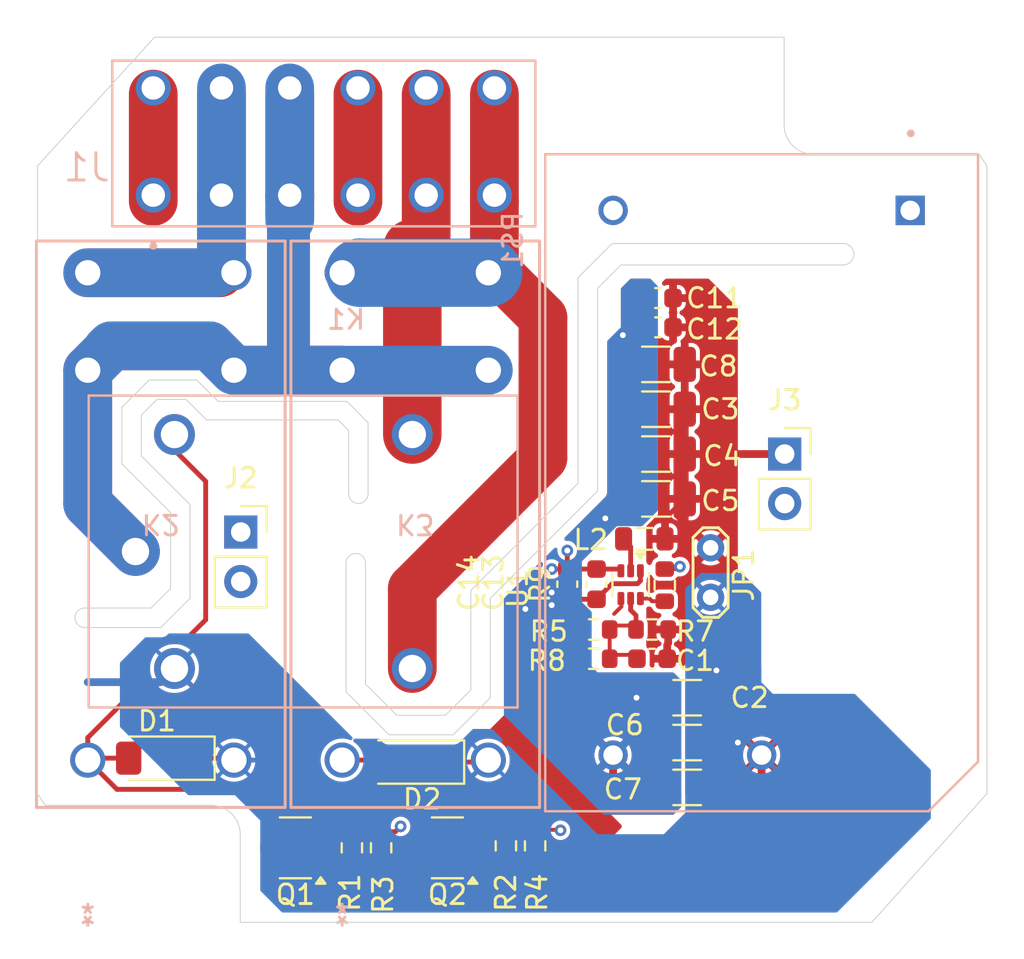
<source format=kicad_pcb>
(kicad_pcb
	(version 20241229)
	(generator "pcbnew")
	(generator_version "9.0")
	(general
		(thickness 0.23)
		(legacy_teardrops no)
	)
	(paper "A4")
	(layers
		(0 "F.Cu" signal)
		(4 "In1.Cu" signal)
		(6 "In2.Cu" signal)
		(8 "In3.Cu" signal)
		(10 "In4.Cu" signal)
		(2 "B.Cu" signal)
		(9 "F.Adhes" user "F.Adhesive")
		(11 "B.Adhes" user "B.Adhesive")
		(13 "F.Paste" user)
		(15 "B.Paste" user)
		(5 "F.SilkS" user "F.Silkscreen")
		(7 "B.SilkS" user "B.Silkscreen")
		(1 "F.Mask" user)
		(3 "B.Mask" user)
		(17 "Dwgs.User" user "User.Drawings")
		(19 "Cmts.User" user "User.Comments")
		(21 "Eco1.User" user "User.Eco1")
		(23 "Eco2.User" user "User.Eco2")
		(25 "Edge.Cuts" user)
		(27 "Margin" user)
		(31 "F.CrtYd" user "F.Courtyard")
		(29 "B.CrtYd" user "B.Courtyard")
		(35 "F.Fab" user)
		(33 "B.Fab" user)
		(39 "User.1" user)
		(41 "User.2" user)
		(43 "User.3" user)
		(45 "User.4" user)
		(47 "User.5" user)
		(49 "User.6" user)
		(51 "User.7" user)
		(53 "User.8" user)
		(55 "User.9" user)
	)
	(setup
		(stackup
			(layer "F.SilkS"
				(type "Top Silk Screen")
			)
			(layer "F.Paste"
				(type "Top Solder Paste")
			)
			(layer "F.Mask"
				(type "Top Solder Mask")
				(thickness 0.01)
			)
			(layer "F.Cu"
				(type "copper")
				(thickness 0.035)
			)
			(layer "dielectric 1"
				(type "prepreg")
				(thickness 0)
				(material "FR4")
				(epsilon_r 4.5)
				(loss_tangent 0.02)
			)
			(layer "In1.Cu"
				(type "copper")
				(thickness 0.035)
			)
			(layer "dielectric 2"
				(type "core")
				(thickness 0)
				(material "FR4")
				(epsilon_r 4.5)
				(loss_tangent 0.02)
			)
			(layer "In2.Cu"
				(type "copper")
				(thickness 0.035)
			)
			(layer "dielectric 3"
				(type "prepreg")
				(thickness 0)
				(material "FR4")
				(epsilon_r 4.5)
				(loss_tangent 0.02)
			)
			(layer "In3.Cu"
				(type "copper")
				(thickness 0.035)
			)
			(layer "dielectric 4"
				(type "core")
				(thickness 0)
				(material "FR4")
				(epsilon_r 4.5)
				(loss_tangent 0.02)
			)
			(layer "In4.Cu"
				(type "copper")
				(thickness 0.035)
			)
			(layer "dielectric 5"
				(type "prepreg")
				(thickness 0)
				(material "FR4")
				(epsilon_r 4.5)
				(loss_tangent 0.02)
			)
			(layer "B.Cu"
				(type "copper")
				(thickness 0.035)
			)
			(layer "B.Mask"
				(type "Bottom Solder Mask")
				(thickness 0.01)
			)
			(layer "B.Paste"
				(type "Bottom Solder Paste")
			)
			(layer "B.SilkS"
				(type "Bottom Silk Screen")
			)
			(copper_finish "None")
			(dielectric_constraints no)
		)
		(pad_to_mask_clearance 0)
		(allow_soldermask_bridges_in_footprints no)
		(tenting front back)
		(grid_origin 147.925 91.18)
		(pcbplotparams
			(layerselection 0x00000000_00000000_55555555_5755f5ff)
			(plot_on_all_layers_selection 0x00000000_00000000_00000000_00000000)
			(disableapertmacros no)
			(usegerberextensions no)
			(usegerberattributes yes)
			(usegerberadvancedattributes yes)
			(creategerberjobfile yes)
			(dashed_line_dash_ratio 12.000000)
			(dashed_line_gap_ratio 3.000000)
			(svgprecision 4)
			(plotframeref no)
			(mode 1)
			(useauxorigin no)
			(hpglpennumber 1)
			(hpglpenspeed 20)
			(hpglpendiameter 15.000000)
			(pdf_front_fp_property_popups yes)
			(pdf_back_fp_property_popups yes)
			(pdf_metadata yes)
			(pdf_single_document no)
			(dxfpolygonmode yes)
			(dxfimperialunits yes)
			(dxfusepcbnewfont yes)
			(psnegative no)
			(psa4output no)
			(plot_black_and_white yes)
			(plotinvisibletext no)
			(sketchpadsonfab no)
			(plotpadnumbers no)
			(hidednponfab no)
			(sketchdnponfab yes)
			(crossoutdnponfab yes)
			(subtractmaskfromsilk no)
			(outputformat 1)
			(mirror no)
			(drillshape 0)
			(scaleselection 1)
			(outputdirectory "gerber/")
		)
	)
	(net 0 "")
	(net 1 "Net-(U1-FB)")
	(net 2 "Net-(U1-SW)")
	(net 3 "Net-(U1-PG)")
	(net 4 "+3V3")
	(net 5 "GND")
	(net 6 "+VDC")
	(net 7 "Net-(J1-3)")
	(net 8 "Net-(J1-2)")
	(net 9 "Net-(J1-1)")
	(net 10 "Net-(J1-4)")
	(net 11 "Net-(J1-6)")
	(net 12 "Net-(J1-5)")
	(net 13 "Net-(Q1-G)")
	(net 14 "Net-(Q2-G)")
	(net 15 "Net-(D1-A)")
	(net 16 "Net-(D2-A)")
	(net 17 "Net-(J2-Pin_2)")
	(net 18 "Net-(J2-Pin_1)")
	(footprint "Capacitor_SMD:C_0603_1608Metric" (layer "F.Cu") (at 147.275 90.155 -90))
	(footprint "Resistor_SMD:R_0603_1608Metric" (layer "F.Cu") (at 145.625 103.58 -90))
	(footprint "TestPoint:TestPoint_2Pads_Pitch2.54mm_Drill0.8mm" (layer "F.Cu") (at 154.625 90.83 90))
	(footprint "Capacitor_SMD:C_1206_3216Metric" (layer "F.Cu") (at 151.825 81.18 180))
	(footprint "Package_TO_SOT_SMD:SOT-23-3" (layer "F.Cu") (at 141.125 103.68 180))
	(footprint "Capacitor_SMD:C_1206_3216Metric" (layer "F.Cu") (at 153.425 95.98 180))
	(footprint "Package_TO_SOT_SMD:SOT-563" (layer "F.Cu") (at 150.525 90.18 -90))
	(footprint "Capacitor_SMD:C_0603_1608Metric" (layer "F.Cu") (at 151.625 93.98 180))
	(footprint "Inductor_SMD:L_0805_2012Metric" (layer "F.Cu") (at 151.225 87.83))
	(footprint "Resistor_SMD:R_0603_1608Metric" (layer "F.Cu") (at 144.125 103.58 90))
	(footprint "Capacitor_SMD:C_0603_1608Metric" (layer "F.Cu") (at 151.925 75.48 180))
	(footprint "Resistor_SMD:R_0603_1608Metric" (layer "F.Cu") (at 151.625 92.48 180))
	(footprint "Resistor_SMD:R_0603_1608Metric" (layer "F.Cu") (at 152.275 90.205 90))
	(footprint "Diode_SMD:D_MiniMELF" (layer "F.Cu") (at 139.325 99.28 180))
	(footprint "Capacitor_SMD:C_1206_3216Metric" (layer "F.Cu") (at 153.425 98.28 180))
	(footprint "Capacitor_SMD:C_0603_1608Metric" (layer "F.Cu") (at 148.775 90.155 -90))
	(footprint "Diode_SMD:D_MiniMELF" (layer "F.Cu") (at 126.525 99.08 180))
	(footprint "Resistor_SMD:R_0603_1608Metric" (layer "F.Cu") (at 136.225 103.68 90))
	(footprint "Capacitor_SMD:C_1206_3216Metric" (layer "F.Cu") (at 151.825 83.48 180))
	(footprint "Resistor_SMD:R_0603_1608Metric" (layer "F.Cu") (at 148.625 92.48 180))
	(footprint "Connector_PinSocket_2.54mm:PinSocket_1x02_P2.54mm_Vertical" (layer "F.Cu") (at 158.425 83.48))
	(footprint "Capacitor_SMD:C_1206_3216Metric" (layer "F.Cu") (at 151.825 85.78 180))
	(footprint "Capacitor_SMD:C_1206_3216Metric" (layer "F.Cu") (at 151.825 78.88 180))
	(footprint "Resistor_SMD:R_0603_1608Metric" (layer "F.Cu") (at 148.625 93.98 180))
	(footprint "Connector_PinSocket_2.54mm:PinSocket_1x02_P2.54mm_Vertical" (layer "F.Cu") (at 130.524656 87.48))
	(footprint "Capacitor_SMD:C_0603_1608Metric" (layer "F.Cu") (at 151.925 76.98 180))
	(footprint "Capacitor_SMD:C_1206_3216Metric" (layer "F.Cu") (at 153.425 100.58 180))
	(footprint "Package_TO_SOT_SMD:SOT-23-3" (layer "F.Cu") (at 133.325 103.68 180))
	(footprint "Resistor_SMD:R_0603_1608Metric" (layer "F.Cu") (at 137.725 103.68 -90))
	(footprint "Bauteile:RELAY_G5RL-1A-E-HR DC5_OMR" (layer "B.Cu") (at 130.175 74.980008))
	(footprint "TBLH10V_350_06BK:CUI_TBLH10V-350-06BK" (layer "B.Cu") (at 126.036723 70.2))
	(footprint "Bauteile:RELAY_PR28-3V-360-1C-E" (layer "B.Cu") (at 133.225 88.48))
	(footprint "TBLH10V_350_06BK:CONV_RAC02-3.3SGA" (layer "B.Cu") (at 157.244545 84.951894 -90))
	(footprint "Bauteile:RELAY_G5RL-1A-E-HR DC5_OMR" (layer "B.Cu") (at 143.225 74.980008))
	(gr_circle
		(center 126.275 106.189313)
		(end 128.325 106.189313)
		(stroke
			(width 0.2)
			(type default)
		)
		(fill no)
		(layer "Dwgs.User")
		(uuid "0242128c-da66-44d2-8be0-2a352fad9126")
	)
	(gr_arc
		(start 158.35 91.089313)
		(mid 156.935784 90.503527)
		(end 156.35 89.089313)
		(stroke
			(width 0.2)
			(type default)
		)
		(layer "Dwgs.User")
		(uuid "046ff329-94c3-4d57-89e4-2d5e1a13725a")
	)
	(gr_line
		(start 123.475 71.789541)
		(end 123.475 71.789313)
		(stroke
			(width 0.2)
			(type default)
		)
		(layer "Dwgs.User")
		(uuid "055895a1-9de8-42d3-9bd0-d37cab8378c4")
	)
	(gr_line
		(start 161.624998 67.889313)
		(end 168.507224 67.889313)
		(stroke
			(width 0.2)
			(type default)
		)
		(layer "Dwgs.User")
		(uuid "080684a0-5ed7-44e4-bd59-4432d23be8b2")
	)
	(gr_line
		(start 141.575 63.789313)
		(end 141.575 70.589313)
		(stroke
			(width 0.2)
			(type default)
		)
		(layer "Dwgs.User")
		(uuid "0ba07b32-6f1a-4b7d-94dc-c7011d35372a")
	)
	(gr_arc
		(start 161.624998 67.889313)
		(mid 159.503678 67.010634)
		(end 158.625 64.889313)
		(stroke
			(width 0.2)
			(type default)
		)
		(layer "Dwgs.User")
		(uuid "0cc23ef7-8215-4508-ae32-d5bf1ef6ad08")
	)
	(gr_line
		(start 158.625 64.889313)
		(end 158.625 61.889313)
		(stroke
			(width 0.2)
			(type default)
		)
		(layer "Dwgs.User")
		(uuid "0e04b800-a521-4360-8498-ff5e61010ab1")
	)
	(gr_line
		(start 119.875 71.789313)
		(end 123.475 71.789313)
		(stroke
			(width 0.2)
			(type default)
		)
		(layer "Dwgs.User")
		(uuid "155c3398-5e89-4ffb-af16-e9501681b7d2")
	)
	(gr_line
		(start 121.127264 102.689313)
		(end 119.875 100.927137)
		(stroke
			(width 0.2)
			(type default)
		)
		(layer "Dwgs.User")
		(uuid "15720f74-edca-4e7e-8f10-367a1bf2b1ad")
	)
	(gr_line
		(start 160.45 89.089311)
		(end 160.45 80.484849)
		(stroke
			(width 0.2)
			(type default)
		)
		(layer "Dwgs.User")
		(uuid "15890998-2965-4905-aca3-6777b35ca9bc")
	)
	(gr_line
		(start 130.275 109.289313)
		(end 163.443417 109.289313)
		(stroke
			(width 0.2)
			(type default)
		)
		(layer "Dwgs.User")
		(uuid "161ad5c3-baf5-4adb-9305-9c74de531ccb")
	)
	(gr_line
		(start 124.275 70.589313)
		(end 124.275 63.789313)
		(stroke
			(width 0.2)
			(type default)
		)
		(layer "Dwgs.User")
		(uuid "1969b00f-82ed-4167-ac7b-d28d1634d533")
	)
	(gr_line
		(start 135.075 70.589313)
		(end 135.075 63.789313)
		(stroke
			(width 0.2)
			(type default)
		)
		(layer "Dwgs.User")
		(uuid "1bd215ec-ea3b-4b0f-ac05-d260704f752c")
	)
	(gr_line
		(start 130.275 105.68931)
		(end 130.275 107.689313)
		(stroke
			(width 0.2)
			(type default)
		)
		(layer "Dwgs.User")
		(uuid "1bd405db-e730-47fd-b97b-89dd4f191ff9")
	)
	(gr_line
		(start 130.275 109.289313)
		(end 130.275 107.689313)
		(stroke
			(width 0.2)
			(type default)
		)
		(layer "Dwgs.User")
		(uuid "1cdac37b-d930-48a6-9906-8a23474546e0")
	)
	(gr_line
		(start 124.275 71.789313)
		(end 123.475 71.789541)
		(stroke
			(width 0.2)
			(type default)
		)
		(layer "Dwgs.User")
		(uuid "21b8a573-df22-4d7f-a1d7-ec53a72da4d8")
	)
	(gr_line
		(start 142.075 63.789313)
		(end 145.275 63.789313)
		(stroke
			(width 0.2)
			(type default)
		)
		(layer "Dwgs.User")
		(uuid "22969627-615e-4e69-9b40-c9b46909efb7")
	)
	(gr_arc
		(start 119.875 68.651491)
		(mid 122.67948 65.030658)
		(end 126.01227 61.889313)
		(stroke
			(width 0.2)
			(type default)
		)
		(layer "Dwgs.User")
		(uuid "25e3d829-99a3-422e-8e57-78ab0129a164")
	)
	(gr_line
		(start 158.45 78.489313)
		(end 158.35 78.489313)
		(stroke
			(width 0.2)
			(type default)
		)
		(layer "Dwgs.User")
		(uuid "2a33b23b-b25c-4253-9594-c07324743c6d")
	)
	(gr_line
		(start 141.575 70.589313)
		(end 138.575 70.589313)
		(stroke
			(width 0.2)
			(type default)
		)
		(layer "Dwgs.User")
		(uuid "2f943cb2-9b30-4208-b698-797b536b067b")
	)
	(gr_line
		(start 138.075 70.589313)
		(end 134.575 70.589313)
		(stroke
			(width 0.2)
			(type default)
		)
		(layer "Dwgs.User")
		(uuid "31d2b839-50ec-4af1-980a-226e9b84bd4d")
	)
	(gr_line
		(start 158.625 61.889313)
		(end 158.625 60.289313)
		(stroke
			(width 0.2)
			(type default)
		)
		(layer "Dwgs.User")
		(uuid "358373a4-8a6b-49b4-980d-4bb7531dabf3")
	)
	(gr_arc
		(start 170.625 101.398627)
		(mid 167.376235 105.65526)
		(end 163.443417 109.289313)
		(stroke
			(width 0.2)
			(type default)
		)
		(layer "Dwgs.User")
		(uuid "381f0daf-93d4-4dda-802d-78c5ff66e07a")
	)
	(gr_line
		(start 118.275 68.18)
		(end 118.275 101.398641)
		(stroke
			(width 0.2)
			(type default)
		)
		(layer "Dwgs.User")
		(uuid "39da7280-78a8-47be-901e-6e37bb2fb3af")
	)
	(gr_line
		(start 163.443418 60.289313)
		(end 158.625 60.289313)
		(stroke
			(width 0.2)
			(type default)
		)
		(layer "Dwgs.User")
		(uuid "3d022687-48ce-493c-827f-51ee30146250")
	)
	(gr_line
		(start 124.275 63.789313)
		(end 127.575 63.789313)
		(stroke
			(width 0.2)
			(type default)
		)
		(layer "Dwgs.User")
		(uuid "3db21989-2e57-4929-8a0d-394e52d1eab4")
	)
	(gr_line
		(start 134.575 63.789313)
		(end 134.575 70.589313)
		(stroke
			(width 0.2)
			(type default)
		)
		(layer "Dwgs.User")
		(uuid "3f0186aa-288a-495e-b2c4-1f199f86ffd7")
	)
	(gr_line
		(start 146.075 71.789541)
		(end 146.075 61.889313)
		(stroke
			(width 0.2)
			(type default)
		)
		(layer "Dwgs.User")
		(uuid "4015513a-50d4-4cb2-9484-5dcf080593a2")
	)
	(gr_line
		(start 169.025 68.651488)
		(end 169.025 100.927135)
		(stroke
			(width 0.2)
			(type default)
		)
		(layer "Dwgs.User")
		(uuid "4234a620-45cc-4ce6-9fd6-2e1f84c8197d")
	)
	(gr_circle
		(center 162.625 64.389313)
		(end 164.675 64.389313)
		(stroke
			(width 0.2)
			(type default)
		)
		(fill no)
		(layer "Dwgs.User")
		(uuid "45496be6-83f1-444c-aa79-24ebb750ad9e")
	)
	(gr_line
		(start 169.025 100.927135)
		(end 169.025 68.651491)
		(stroke
			(width 0.2)
			(type default)
		)
		(layer "Dwgs.User")
		(uuid "46e1ab47-41e3-4777-afc8-6ed2c3089811")
	)
	(gr_line
		(start 130.275 107.689313)
		(end 130.275 109.289313)
		(stroke
			(width 0.2)
			(type default)
		)
		(layer "Dwgs.User")
		(uuid "47193d31-093a-476a-bd84-2e5b9b468077")
	)
	(gr_line
		(start 146.075 61.889313)
		(end 146.075 71.789541)
		(stroke
			(width 0.2)
			(type default)
		)
		(layer "Dwgs.User")
		(uuid "47e250d1-db54-40b0-bf87-3152c7c680eb")
	)
	(gr_arc
		(start 132.55 93.089314)
		(mid 131.964214 94.503527)
		(end 130.550001 95.089313)
		(stroke
			(width 0.2)
			(type default)
		)
		(layer "Dwgs.User")
		(uuid "4e39d95a-54bd-4c60-a418-d6553b02c1df")
	)
	(gr_line
		(start 168.507224 65.238101)
		(end 168.507224 67.889313)
		(stroke
			(width 0.2)
			(type default)
		)
		(layer "Dwgs.User")
		(uuid "4f876e68-ceda-4330-8fe8-6e9d916e788f")
	)
	(gr_line
		(start 158.35 91.089313)
		(end 158.45 91.089313)
		(stroke
			(width 0.2)
			(type default)
		)
		(layer "Dwgs.User")
		(uuid "50fdefbe-73a0-4631-802e-ea9d7f8e55b9")
	)
	(gr_arc
		(start 168.507224 65.238101)
		(mid 169.609148 66.678067)
		(end 170.625 68.179995)
		(stroke
			(width 0.2)
			(type default)
		)
		(layer "Dwgs.User")
		(uuid "510f7c8c-fdce-43f9-a71f-63526d3dce10")
	)
	(gr_line
		(start 162.887732 107.689313)
		(end 130.275 107.689313)
		(stroke
			(width 0.2)
			(type default)
		)
		(layer "Dwgs.User")
		(uuid "52896895-9068-445b-8a33-349cf63a32c9")
	)
	(gr_line
		(start 145.275 70.589313)
		(end 142.075 70.589313)
		(stroke
			(width 0.2)
			(type default)
		)
		(layer "Dwgs.User")
		(uuid "5e0bf5ce-03ce-4df7-b70b-0eb16a37838a")
	)
	(gr_line
		(start 144.449828 64.789541)
		(end 144.449828 82.289541)
		(stroke
			(width 0.2)
			(type default)
		)
		(layer "Dwgs.User")
		(uuid "5f1bcbe9-467e-4562-a6eb-329300437621")
	)
	(gr_line
		(start 158.625 61.889313)
		(end 158.625 64.889313)
		(stroke
			(width 0.2)
			(type default)
		)
		(layer "Dwgs.User")
		(uuid "5f6fb36c-e442-47e0-9b05-a981d526fe9c")
	)
	(gr_arc
		(start 169.025 100.927135)
		(mid 166.220521 104.547968)
		(end 162.887732 107.689313)
		(stroke
			(width 0.2)
			(type default)
		)
		(layer "Dwgs.User")
		(uuid "656d6b39-a6b6-4336-9791-16d65c1fe8e4")
	)
	(gr_line
		(start 131.075 63.789313)
		(end 131.075 70.589313)
		(stroke
			(width 0.2)
			(type default)
		)
		(layer "Dwgs.User")
		(uuid "67c44999-bd03-48d6-a99e-f7befb949f69")
	)
	(gr_circle
		(center 158.4 83.519313)
		(end 158.75 83.519313)
		(stroke
			(width 0.2)
			(type default)
		)
		(fill no)
		(layer "Dwgs.User")
		(uuid "68d3de5f-a4b1-4dee-b763-a906c67630cf")
	)
	(gr_line
		(start 158.625 60.289313)
		(end 125.456584 60.289313)
		(stroke
			(width 0.2)
			(type default)
		)
		(layer "Dwgs.User")
		(uuid "6bdf8721-3194-4e9e-8a0c-ad0cefce46d1")
	)
	(gr_line
		(start 146.075 61.889313)
		(end 126.012267 61.889313)
		(stroke
			(width 0.2)
			(type default)
		)
		(layer "Dwgs.User")
		(uuid "6c7320fa-9d4c-485b-a43f-491e5b9a4d43")
	)
	(gr_line
		(start 138.075 70.589313)
		(end 138.575 70.589313)
		(stroke
			(width 0.2)
			(type default)
		)
		(layer "Dwgs.User")
		(uuid "72275066-2e10-49a0-9eaf-5ee3cc4c4c1c")
	)
	(gr_line
		(start 138.575 63.789313)
		(end 141.575 63.789313)
		(stroke
			(width 0.2)
			(type default)
		)
		(layer "Dwgs.User")
		(uuid "7396e8af-a79f-44ca-9280-d8ff2629c906")
	)
	(gr_line
		(start 138.075 63.789313)
		(end 138.075 70.589313)
		(stroke
			(width 0.2)
			(type default)
		)
		(layer "Dwgs.User")
		(uuid "7f047ad0-7693-4180-814c-c4452ed6ccbe")
	)
	(gr_arc
		(start 125.456581 109.289313)
		(mid 123.193889 107.354283)
		(end 121.127264 105.211113)
		(stroke
			(width 0.2)
			(type default)
		)
		(layer "Dwgs.User")
		(uuid "82b96d51-6f3d-4e66-8919-14dfc3841a00")
	)
	(gr_arc
		(start 118.275 68.18)
		(mid 121.523765 63.923366)
		(end 125.456584 60.289313)
		(stroke
			(width 0.2)
			(type default)
		)
		(layer "Dwgs.User")
		(uuid "838fa8f8-6761-4829-a41e-d21863ee095c")
	)
	(gr_arc
		(start 127.275003 102.689313)
		(mid 129.396321 103.567992)
		(end 130.275 105.68931)
		(stroke
			(width 0.2)
			(type default)
		)
		(layer "Dwgs.User")
		(uuid "84f85c02-fb56-4f4a-b243-091b07759232")
	)
	(gr_line
		(start 132.55 93.089314)
		(end 132.55 84.489312)
		(stroke
			(width 0.2)
			(type default)
		)
		(layer "Dwgs.User")
		(uuid "85ae7a87-59b4-4a6b-8cf3-523bf4894dce")
	)
	(gr_circle
		(center 130.5 90.059313)
		(end 130.85 90.059313)
		(stroke
			(width 0.2)
			(type default)
		)
		(fill no)
		(layer "Dwgs.User")
		(uuid "88d69fa5-74ba-44c6-be14-e0a19b408512")
	)
	(gr_line
		(start 170.625 101.398627)
		(end 170.625 68.179995)
		(stroke
			(width 0.2)
			(type default)
		)
		(layer "Dwgs.User")
		(uuid "89675b87-e639-414d-bb2b-74a217656f8c")
	)
	(gr_line
		(start 130.550001 82.489313)
		(end 130.449999 82.489313)
		(stroke
			(width 0.2)
			(type default)
		)
		(layer "Dwgs.User")
		(uuid "8b8f6b20-2794-4ceb-a8f9-67eefeaf7dc3")
	)
	(gr_arc
		(start 160.45 89.089311)
		(mid 159.864213 90.503526)
		(end 158.45 91.089313)
		(stroke
			(width 0.2)
			(type default)
		)
		(layer "Dwgs.User")
		(uuid "8c23a348-aaa6-4d06-a66c-58f20c64c230")
	)
	(gr_line
		(start 127.275 102.689313)
		(end 121.127264 102.689313)
		(stroke
			(width 0.2)
			(type default)
		)
		(layer "Dwgs.User")
		(uuid "8ca5a53f-2221-4960-ab45-8cdebe6e4576")
	)
	(gr_line
		(start 162.887731 61.889313)
		(end 146.075 61.889313)
		(stroke
			(width 0.2)
			(type default)
		)
		(layer "Dwgs.User")
		(uuid "8def0da3-ba6c-4132-9643-ab7bb7b54077")
	)
	(gr_line
		(start 123.475 71.789541)
		(end 124.275 71.789313)
		(stroke
			(width 0.2)
			(type default)
		)
		(layer "Dwgs.User")
		(uuid "8f219f24-3bd2-48ed-9a1a-abc6cdb0ae76")
	)
	(gr_line
		(start 145.275 63.789313)
		(end 145.275 70.589313)
		(stroke
			(width 0.2)
			(type default)
		)
		(layer "Dwgs.User")
		(uuid "9664b484-3433-4413-87d9-58d00123a183")
	)
	(gr_line
		(start 168.507224 67.889313)
		(end 168.507224 65.238101)
		(stroke
			(width 0.2)
			(type default)
		)
		(layer "Dwgs.User")
		(uuid "966efc1e-35a8-48f5-b3d0-4739a996b030")
	)
	(gr_line
		(start 142.075 70.589313)
		(end 142.075 63.789313)
		(stroke
			(width 0.2)
			(type default)
		)
		(layer "Dwgs.User")
		(uuid "979cd0bf-e60f-4ab9-a393-7e638e31dfd3")
	)
	(gr_line
		(start 127.575 63.789313)
		(end 127.575 70.589313)
		(stroke
			(width 0.2)
			(type default)
		)
		(layer "Dwgs.User")
		(uuid "99c6d51d-0e32-4203-bf86-4a35daf758a9")
	)
	(gr_arc
		(start 121.127264 105.211113)
		(mid 119.627829 103.359713)
		(end 118.275 101.398641)
		(stroke
			(width 0.2)
			(type default)
		)
		(layer "Dwgs.User")
		(uuid "9fb1c93b-99b4-472b-8629-292755260cf2")
	)
	(gr_arc
		(start 130.550001 82.489313)
		(mid 131.964214 83.075099)
		(end 132.55 84.489312)
		(stroke
			(width 0.2)
			(type default)
		)
		(layer "Dwgs.User")
		(uuid "a2fa666a-ebf9-4a27-8788-96f491143a5f")
	)
	(gr_line
		(start 146.075 71.789541)
		(end 145.275 71.789313)
		(stroke
			(width 0.2)
			(type default)
		)
		(layer "Dwgs.User")
		(uuid "a4b91edd-5f0c-467b-bec3-5cc15f756a74")
	)
	(gr_arc
		(start 162.887731 61.889313)
		(mid 166.220521 65.030657)
		(end 169.025 68.651491)
		(stroke
			(width 0.2)
			(type default)
		)
		(layer "Dwgs.User")
		(uuid "a73e0c4f-4872-4f7b-b6d6-a16c0a445b38")
	)
	(gr_circle
		(center 130.5 87.519313)
		(end 130.85 87.519313)
		(stroke
			(width 0.2)
			(type default)
		)
		(fill no)
		(layer "Dwgs.User")
		(uuid "ab72a789-45e1-4870-9556-762a129bc7d0")
	)
	(gr_line
		(start 130.275 107.689313)
		(end 130.275 105.689313)
		(stroke
			(width 0.2)
			(type default)
		)
		(layer "Dwgs.User")
		(uuid "acee5f22-84a0-4d56-bb4d-506bb5f9e89e")
	)
	(gr_line
		(start 127.575 63.789313)
		(end 131.075 63.789313)
		(stroke
			(width 0.2)
			(type default)
		)
		(layer "Dwgs.User")
		(uuid "aff89f6e-bfc0-4db7-a8cd-4c3bc5662f60")
	)
	(gr_circle
		(center 158.4 86.059313)
		(end 158.75 86.059313)
		(stroke
			(width 0.2)
			(type default)
		)
		(fill no)
		(layer "Dwgs.User")
		(uuid "b261dce8-7515-4eee-ad22-ba0990038ad2")
	)
	(gr_line
		(start 156.35 80.489311)
		(end 156.35 89.089313)
		(stroke
			(width 0.2)
			(type default)
		)
		(layer "Dwgs.User")
		(uuid "b501b410-cbe6-4ece-9ab3-0ecc426b5bb5")
	)
	(gr_line
		(start 138.575 70.589313)
		(end 138.575 63.789313)
		(stroke
			(width 0.2)
			(type default)
		)
		(layer "Dwgs.User")
		(uuid "b874cab0-44f0-4614-a4c9-251e3ca131c3")
	)
	(gr_line
		(start 123.475 71.789313)
		(end 119.875 71.789313)
		(stroke
			(width 0.2)
			(type default)
		)
		(layer "Dwgs.User")
		(uuid "b93615a2-dcce-4602-a1d2-c2e6ec844fc8")
	)
	(gr_line
		(start 119.875 68.651491)
		(end 119.875 71.789313)
		(stroke
			(width 0.2)
			(type default)
		)
		(layer "Dwgs.User")
		(uuid "bc56ce00-ea68-42b6-851e-802baa0fff25")
	)
	(gr_arc
		(start 126.01227 107.689313)
		(mid 122.67948 104.547967)
		(end 119.875 100.927133)
		(stroke
			(width 0.2)
			(type default)
		)
		(layer "Dwgs.User")
		(uuid "bcb5833c-95d3-4b6f-a2fa-fb0209a0ecf9")
	)
	(gr_line
		(start 168.507224 67.889313)
		(end 169.025 68.651488)
		(stroke
			(width 0.2)
			(type default)
		)
		(layer "Dwgs.User")
		(uuid "be30e963-38d7-497d-9ecc-2cf0fb6c21d7")
	)
	(gr_line
		(start 126.01227 61.889313)
		(end 158.625 61.889313)
		(stroke
			(width 0.2)
			(type default)
		)
		(layer "Dwgs.User")
		(uuid "bf433c32-a972-46e0-b74c-7f678b3d7db6")
	)
	(gr_line
		(start 126.01227 107.689313)
		(end 162.887732 107.689313)
		(stroke
			(width 0.2)
			(type default)
		)
		(layer "Dwgs.User")
		(uuid "c1e23a70-0f61-4035-bb6a-b9e7ffbfdeb4")
	)
	(gr_arc
		(start 128.45 84.489312)
		(mid 129.035786 83.075099)
		(end 130.449999 82.489313)
		(stroke
			(width 0.2)
			(type default)
		)
		(layer "Dwgs.User")
		(uuid "c3787c7a-a842-4918-911e-2e5d0d8b42a9")
	)
	(gr_line
		(start 135.075 63.789313)
		(end 138.075 63.789313)
		(stroke
			(width 0.2)
			(type default)
		)
		(layer "Dwgs.User")
		(uuid "c9b576f5-f50d-46a5-815e-603f297969a2")
	)
	(gr_arc
		(start 119.875 68.651491)
		(mid 122.67948 65.030658)
		(end 126.012267 61.889313)
		(stroke
			(width 0.2)
			(type default)
		)
		(layer "Dwgs.User")
		(uuid "ca6b51cf-1f62-4396-af44-1d53f675f612")
	)
	(gr_arc
		(start 158.45 78.489313)
		(mid 159.864212 79.0751)
		(end 160.45 80.484849)
		(stroke
			(width 0.2)
			(type default)
		)
		(layer "Dwgs.User")
		(uuid "cb1d65ae-8881-4d40-a3af-7a8fbe602a56")
	)
	(gr_line
		(start 121.127264 102.689313)
		(end 121.127264 105.211113)
		(stroke
			(width 0.2)
			(type default)
		)
		(layer "Dwgs.User")
		(uuid "ce389582-c87a-4ed0-a91f-85e3b5a7f466")
	)
	(gr_line
		(start 145.275 71.789313)
		(end 146.075 71.789541)
		(stroke
			(width 0.2)
			(type default)
		)
		(layer "Dwgs.User")
		(uuid "ce3cc08e-5b62-4944-8238-7d63063ae214")
	)
	(gr_arc
		(start 156.35 80.489311)
		(mid 156.935786 79.075099)
		(end 158.35 78.489313)
		(stroke
			(width 0.2)
			(type default)
		)
		(layer "Dwgs.User")
		(uuid "d29ea977-1734-4766-9057-e810635d4e14")
	)
	(gr_line
		(start 158.625 60.289313)
		(end 158.625 61.889313)
		(stroke
			(width 0.2)
			(type default)
		)
		(layer "Dwgs.User")
		(uuid "d3b8f567-38e0-441e-b9d8-48d762a898cc")
	)
	(gr_arc
		(start 169.025 100.927135)
		(mid 166.220521 104.547968)
		(end 162.887732 107.689313)
		(stroke
			(width 0.2)
			(type default)
		)
		(layer "Dwgs.User")
		(uuid "d86c43e6-764f-44e4-ae14-47a2c6e6f639")
	)
	(gr_line
		(start 145.275 71.789313)
		(end 124.275 71.789313)
		(stroke
			(width 0.2)
			(type default)
		)
		(layer "Dwgs.User")
		(uuid "db7d9203-15c5-4919-afd1-9008b4b56025")
	)
	(gr_line
		(start 134.575 70.589313)
		(end 131.575 70.589313)
		(stroke
			(width 0.2)
			(type default)
		)
		(layer "Dwgs.User")
		(uuid "dbceda90-bf33-46c2-9e20-10f9832a3adc")
	)
	(gr_line
		(start 123.475 70.589313)
		(end 146.075 70.589313)
		(stroke
			(width 0.2)
			(type default)
		)
		(layer "Dwgs.User")
		(uuid "dbf6a5a4-b82c-4c28-b105-4c8bd91b5fb7")
	)
	(gr_line
		(start 131.575 63.789313)
		(end 134.575 63.789313)
		(stroke
			(width 0.2)
			(type default)
		)
		(layer "Dwgs.User")
		(uuid "e05f9355-75d2-45b5-949a-2f882fcf9964")
	)
	(gr_line
		(start 128.075 70.589313)
		(end 128.075 63.789313)
		(stroke
			(width 0.2)
			(type default)
		)
		(layer "Dwgs.User")
		(uuid "e15c3450-af56-46d1-a8e1-d09b04fef4bb")
	)
	(gr_line
		(start 131.575 70.589313)
		(end 131.575 63.789313)
		(stroke
			(width 0.2)
			(type default)
		)
		(layer "Dwgs.User")
		(uuid "e171e3cb-ba32-4666-bbff-ab2d2187a6ce")
	)
	(gr_line
		(start 121.127264 105.211113)
		(end 121.127264 102.689313)
		(stroke
			(width 0.2)
			(type default)
		)
		(layer "Dwgs.User")
		(uuid "e526e747-5bf0-476e-86ae-efbd06d40cc0")
	)
	(gr_line
		(start 125.456581 109.289313)
		(end 130.275 109.289313)
		(stroke
			(width 0.2)
			(type default)
		)
		(layer "Dwgs.User")
		(uuid "e78b4067-6dd6-46c8-806a-b42500be0b30")
	)
	(gr_arc
		(start 130.450002 95.089313)
		(mid 129.035787 94.503526)
		(end 128.45 93.089311)
		(stroke
			(width 0.2)
			(type default)
		)
		(layer "Dwgs.User")
		(uuid "e7d30512-84ed-44d5-b5cc-3abe44db8589")
	)
	(gr_arc
		(start 163.443418 60.289313)
		(mid 166.117071 62.618662)
		(end 168.507224 65.238101)
		(stroke
			(width 0.2)
			(type default)
		)
		(layer "Dwgs.User")
		(uuid "e8c6abca-1882-49ad-9b74-4fab8ec21d3f")
	)
	(gr_line
		(start 121.127264 102.689313)
		(end 127.275003 102.689313)
		(stroke
			(width 0.2)
			(type default)
		)
		(layer "Dwgs.User")
		(uuid "eb5b2e7e-fa79-440c-bc96-5bd7ee0a0d44")
	)
	(gr_line
		(start 127.575 70.589313)
		(end 124.275 70.589313)
		(stroke
			(width 0.2)
			(type default)
		)
		(layer "Dwgs.User")
		(uuid "ed1dd32b-a4fd-4ac4-abff-086d9ee82388")
	)
	(gr_line
		(start 131.075 70.589313)
		(end 128.075 70.589313)
		(stroke
			(width 0.2)
			(type default)
		)
		(layer "Dwgs.User")
		(uuid "ed48d016-370f-47a7-9569-52c88e19d1e3")
	)
	(gr_line
		(start 128.45 84.489312)
		(end 128.45 93.089311)
		(stroke
			(width 0.2)
			(type default)
		)
		(layer "Dwgs.User")
		(uuid "eda477cd-7e5d-48ed-991a-1d7275922b03")
	)
	(gr_line
		(start 130.450002 95.089313)
		(end 130.550001 95.089313)
		(stroke
			(width 0.2)
			(type default)
		)
		(layer "Dwgs.User")
		(uuid "f2a37dff-3972-4293-9449-99203447a527")
	)
	(gr_line
		(start 123.475 71.789313)
		(end 123.475 71.789541)
		(stroke
			(width 0.2)
			(type default)
		)
		(layer "Dwgs.User")
		(uuid "f3fd05f9-9cd7-4e10-b428-ba7282b5c959")
	)
	(gr_line
		(start 119.875 100.927137)
		(end 119.875 68.651491)
		(stroke
			(width 0.2)
			(type default)
		)
		(layer "Dwgs.User")
		(uuid "f6809456-f1f2-48d6-b6bf-7c7f2f53edf6")
	)
	(gr_line
		(start 124.275 71.789313)
		(end 145.275 71.789313)
		(stroke
			(width 0.2)
			(type default)
		)
		(layer "Dwgs.User")
		(uuid "f891d528-ca7c-4a84-98d7-edc5162e2f02")
	)
	(gr_line
		(start 119.875 71.789313)
		(end 119.875 100.927133)
		(stroke
			(width 0.2)
			(type default)
		)
		(layer "Dwgs.User")
		(uuid "f97896af-058e-4282-9287-1bf0e5b62b02")
	)
	(gr_line
		(start 168.507224 67.889313)
		(end 161.625 67.889313)
		(stroke
			(width 0.2)
			(type default)
		)
		(layer "Dwgs.User")
		(uuid "fc05291c-5e56-4ba8-bfa0-355807445eae")
	)
	(gr_arc
		(start 129 101.5)
		(mid 130.06066 101.93934)
		(end 130.5 103)
		(stroke
			(width 0.05)
			(type default)
		)
		(layer "Edge.Cuts")
		(uuid "019f2129-1d1d-4ca9-b23a-12ed0f476096")
	)
	(gr_arc
		(start 135.925001 89.08)
		(mid 136.425 88.580001)
		(end 136.924999 89.08)
		(stroke
			(width 0.05)
			(type default)
		)
		(layer "Edge.Cuts")
		(uuid "01cd7ee2-967c-4cd3-aeb4-4d877fcf182d")
	)
	(gr_line
		(start 136.057892 85.512892)
		(end 136.057892 82.28)
		(stroke
			(width 0.05)
			(type default)
		)
		(layer "Edge.Cuts")
		(uuid "05b18407-055d-4a72-9b7d-14f4a984c87f")
	)
	(gr_line
		(start 128.257892 79.68)
		(end 128.125 79.68)
		(stroke
			(width 0.05)
			(type default)
		)
		(layer "Edge.Cuts")
		(uuid "0631ee75-c414-4d9c-a03e-89bf857d22d5")
	)
	(gr_line
		(start 127.925 90.88)
		(end 126.425 92.38)
		(stroke
			(width 0.05)
			(type default)
		)
		(layer "Edge.Cuts")
		(uuid "06d0d6d6-76ee-41bb-9dd2-8326352caf5d")
	)
	(gr_line
		(start 147.825 84.98)
		(end 147.825 74.98)
		(stroke
			(width 0.05)
			(type default)
		)
		(layer "Edge.Cuts")
		(uuid "06f9613a-a385-4c09-b6f7-f9872e718746")
	)
	(gr_line
		(start 138.525 96.88)
		(end 141.025 96.88)
		(stroke
			(width 0.05)
			(type default)
		)
		(layer "Edge.Cuts")
		(uuid "0a6c17a8-2107-4f29-9996-da4000934111")
	)
	(gr_line
		(start 135.525 81.73)
		(end 136.057892 82.28)
		(stroke
			(width 0.05)
			(type default)
		)
		(layer "Edge.Cuts")
		(uuid "0d609198-7745-4f67-aea2-2957715bac52")
	)
	(gr_line
		(start 127.925 86.08)
		(end 127.925 90.88)
		(stroke
			(width 0.05)
			(type default)
		)
		(layer "Edge.Cuts")
		(uuid "145e8b36-27d4-4745-a463-b9bc2051be62")
	)
	(gr_line
		(start 148.825 85.38)
		(end 143.325 90.88)
		(stroke
			(width 0.05)
			(type default)
		)
		(layer "Edge.Cuts")
		(uuid "1723845c-44e5-4f33-8408-52d392157973")
	)
	(gr_line
		(start 150.025 73.78)
		(end 161.425 73.78)
		(stroke
			(width 0.05)
			(type default)
		)
		(layer "Edge.Cuts")
		(uuid "172c6ac7-ef57-4726-88ea-5e1f80c47636")
	)
	(gr_line
		(start 125.925 91.38)
		(end 126.925 90.38)
		(stroke
			(width 0.05)
			(type default)
		)
		(layer "Edge.Cuts")
		(uuid "18914512-ab6b-4cc6-90de-0e4c2d83fc90")
	)
	(gr_line
		(start 124.425 83.98)
		(end 124.425 81.08)
		(stroke
			(width 0.05)
			(type default)
		)
		(layer "Edge.Cuts")
		(uuid "19b4c0b5-8884-4038-85be-43ce1a9740b2")
	)
	(gr_line
		(start 138.125 97.88)
		(end 135.925 95.68)
		(stroke
			(width 0.05)
			(type default)
		)
		(layer "Edge.Cuts")
		(uuid "1fb84db7-ad40-4fb5-8291-3a821d219c19")
	)
	(gr_line
		(start 135.975 80.78)
		(end 129.375 80.78)
		(stroke
			(width 0.05)
			(type default)
		)
		(layer "Edge.Cuts")
		(uuid "25f72d15-d37d-4639-9f4e-ba5477083020")
	)
	(gr_arc
		(start 137.057892 85.512892)
		(mid 136.557892 86.012892)
		(end 136.057892 85.512892)
		(stroke
			(width 0.05)
			(type default)
		)
		(layer "Edge.Cuts")
		(uuid "2667ff69-af67-4940-8e10-90d49f9cb70d")
	)
	(gr_line
		(start 135.975 80.78)
		(end 137.057892 81.88)
		(stroke
			(width 0.05)
			(type default)
		)
		(layer "Edge.Cuts")
		(uuid "2b4fab18-5a7f-4f1e-86d2-a9c1c69c5a5e")
	)
	(gr_arc
		(start 159.9 68.1)
		(mid 158.83934 67.66066)
		(end 158.4 66.6)
		(stroke
			(width 0.05)
			(type default)
		)
		(layer "Edge.Cuts")
		(uuid "2df872d3-c5db-47a2-99a7-ce36d0b2e284")
	)
	(gr_line
		(start 158.4 66.6)
		(end 158.4 62.1)
		(stroke
			(width 0.05)
			(type default)
		)
		(layer "Edge.Cuts")
		(uuid "31aa23f5-c389-4c04-84c3-a9626957c325")
	)
	(gr_line
		(start 168.4 68.1)
		(end 159.9 68.1)
		(stroke
			(width 0.05)
			(type default)
		)
		(layer "Edge.Cuts")
		(uuid "33dac275-b834-49d7-95aa-b7bf82567806")
	)
	(gr_line
		(start 158.4 62.1)
		(end 126.1 62.1)
		(stroke
			(width 0.05)
			(type default)
		)
		(layer "Edge.Cuts")
		(uuid "341be2c8-fb3d-4f7f-9d07-a35134b44ff8")
	)
	(gr_line
		(start 125.825 79.68)
		(end 124.425 81.08)
		(stroke
			(width 0.05)
			(type default)
		)
		(layer "Edge.Cuts")
		(uuid "46451360-3039-4d71-b20e-d34d264c9486")
	)
	(gr_line
		(start 142.325 90.48)
		(end 147.825 84.98)
		(stroke
			(width 0.05)
			(type default)
		)
		(layer "Edge.Cuts")
		(uuid "4a4dc456-f63a-4958-9392-915d9d871991")
	)
	(gr_line
		(start 141.425 97.88)
		(end 138.125 97.88)
		(stroke
			(width 0.05)
			(type default)
		)
		(layer "Edge.Cuts")
		(uuid "4f642bb2-7786-4308-91df-99bd89e1f120")
	)
	(gr_line
		(start 137.057892 85.512892)
		(end 137.057892 81.88)
		(stroke
			(width 0.05)
			(type default)
		)
		(layer "Edge.Cuts")
		(uuid "50e5a689-d09a-4737-9d6b-e9f7251a0a74")
	)
	(gr_line
		(start 127.925 86.08)
		(end 125.425 83.58)
		(stroke
			(width 0.05)
			(type default)
		)
		(layer "Edge.Cuts")
		(uuid "5125cd70-3bbc-4272-b126-c3ca37b6ea3b")
	)
	(gr_arc
		(start 161.425 72.68)
		(mid 161.975 73.23)
		(end 161.425 73.78)
		(stroke
			(width 0.05)
			(type default)
		)
		(layer "Edge.Cuts")
		(uuid "52f8e4c5-f732-4ab6-953f-dd1e029bc80a")
	)
	(gr_line
		(start 126.1 62.1)
		(end 120.1 68.7)
		(stroke
			(width 0.05)
			(type default)
		)
		(layer "Edge.Cuts")
		(uuid "56bccfa9-f847-4688-8b0f-84e0d9f78c8e")
	)
	(gr_line
		(start 130.5 103)
		(end 130.5 107.5)
		(stroke
			(width 0.05)
			(type default)
		)
		(layer "Edge.Cuts")
		(uuid "57481ab2-d2f9-4f72-92a8-0ed032d8c1b6")
	)
	(gr_line
		(start 130.5 107.5)
		(end 162.9 107.5)
		(stroke
			(width 0.05)
			(type default)
		)
		(layer "Edge.Cuts")
		(uuid "60275fdd-8908-45c4-b3aa-fe869fdc2c3d")
	)
	(gr_line
		(start 168.8 68.7)
		(end 168.4 68.1)
		(stroke
			(width 0.05)
			(type default)
		)
		(layer "Edge.Cuts")
		(uuid "68675274-984d-42d1-957b-3d9e2d43d622")
	)
	(gr_line
		(start 120.5 101.5)
		(end 129 101.5)
		(stroke
			(width 0.05)
			(type default)
		)
		(layer "Edge.Cuts")
		(uuid "6dbfdd35-5cb9-4f97-91e1-52c5d83cde4f")
	)
	(gr_line
		(start 161.425 72.68)
		(end 149.775 72.68)
		(stroke
			(width 0.05)
			(type default)
		)
		(layer "Edge.Cuts")
		(uuid "752d77d3-ffe9-4b14-bc15-5364cead5a6a")
	)
	(gr_line
		(start 127.625 80.68)
		(end 127.725 80.68)
		(stroke
			(width 0.05)
			(type default)
		)
		(layer "Edge.Cuts")
		(uuid "782a45f7-d159-4eff-809e-e4aa94516e69")
	)
	(gr_line
		(start 122.525 91.38)
		(end 125.925 91.38)
		(stroke
			(width 0.05)
			(type default)
		)
		(layer "Edge.Cuts")
		(uuid "7b435ec5-3a0d-4f0c-8c04-0ef8ac1f208c")
	)
	(gr_line
		(start 126.925 86.48)
		(end 124.425 83.98)
		(stroke
			(width 0.05)
			(type default)
		)
		(layer "Edge.Cuts")
		(uuid "7cbeca43-5dad-43c6-8bff-70a1f0613695")
	)
	(gr_line
		(start 125.425 81.48)
		(end 125.425 83.58)
		(stroke
			(width 0.05)
			(type default)
		)
		(layer "Edge.Cuts")
		(uuid "7d0c4a70-c33a-43c6-93c8-ab88f640acc0")
	)
	(gr_line
		(start 126.425 92.38)
		(end 126.025 92.38)
		(stroke
			(width 0.05)
			(type default)
		)
		(layer "Edge.Cuts")
		(uuid "8a4a61de-d9ad-4c43-a15b-1a1edaf73fb4")
	)
	(gr_line
		(start 127.625 80.68)
		(end 126.225 80.68)
		(stroke
			(width 0.05)
			(type default)
		)
		(layer "Edge.Cuts")
		(uuid "999c99db-6925-4fdb-a73e-5d2495caf3b4")
	)
	(gr_line
		(start 135.925 95.68)
		(end 135.925 89.08)
		(stroke
			(width 0.05)
			(type default)
		)
		(layer "Edge.Cuts")
		(uuid "9cf6f90b-a363-49e4-94b6-30802dde5fec")
	)
	(gr_line
		(start 162.9 107.5)
		(end 168.8 100.9)
		(stroke
			(width 0.05)
			(type default)
		)
		(layer "Edge.Cuts")
		(uuid "9d4649ef-a92d-4245-abdf-e4c89ef18a32")
	)
	(gr_line
		(start 136.925 89.08)
		(end 136.925 95.28)
		(stroke
			(width 0.05)
			(type default)
		)
		(layer "Edge.Cuts")
		(uuid "a4568a16-5163-41ba-b9f2-380c47ce99a0")
	)
	(gr_line
		(start 125.825 79.68)
		(end 128.125 79.68)
		(stroke
			(width 0.05)
			(type default)
		)
		(layer "Edge.Cuts")
		(uuid "a56fc61c-724d-48b1-8fdb-1f71153a8a9c")
	)
	(gr_line
		(start 142.325 95.58)
		(end 142.325 90.48)
		(stroke
			(width 0.05)
			(type default)
		)
		(layer "Edge.Cuts")
		(uuid "a5e99c6f-1404-40d2-a8a3-d5fb7f19be2e")
	)
	(gr_line
		(start 120.1 100.9)
		(end 120.5 101.5)
		(stroke
			(width 0.05)
			(type default)
		)
		(layer "Edge.Cuts")
		(uuid "a6498e16-95ea-44df-92a2-e6694166baaa")
	)
	(gr_line
		(start 129.375 80.78)
		(end 128.257892 79.68)
		(stroke
			(width 0.05)
			(type default)
		)
		(layer "Edge.Cuts")
		(uuid "ae217490-52b0-450c-a410-3d6786f05c96")
	)
	(gr_line
		(start 141.025 96.88)
		(end 142.325 95.58)
		(stroke
			(width 0.05)
			(type default)
		)
		(layer "Edge.Cuts")
		(uuid "ae687a8c-57ac-4b7e-93ac-62fa86c5e7fe")
	)
	(gr_line
		(start 120.1 68.7)
		(end 120.1 100.9)
		(stroke
			(width 0.05)
			(type default)
		)
		(layer "Edge.Cuts")
		(uuid "b1a8c8e6-8aef-4c33-9fd2-b5d9723cbddc")
	)
	(gr_line
		(start 136.925 95.28)
		(end 138.525 96.88)
		(stroke
			(width 0.05)
			(type default)
		)
		(layer "Edge.Cuts")
		(uuid "b6702fc2-7476-469b-b35c-f3d65df762d9")
	)
	(gr_line
		(start 143.325 95.98)
		(end 141.425 97.88)
		(stroke
			(width 0.05)
			(type default)
		)
		(layer "Edge.Cuts")
		(uuid "b841a114-d87e-44d6-bc1a-f86d21a2443b")
	)
	(gr_line
		(start 148.825 74.98)
		(end 148.825 85.38)
		(stroke
			(width 0.05)
			(type default)
		)
		(layer "Edge.Cuts")
		(uuid "bccf6977-bf0a-48ee-af3f-7d7457589cb3")
	)
	(gr_line
		(start 148.825 74.98)
		(end 150.025 73.78)
		(stroke
			(width 0.05)
			(type default)
		)
		(layer "Edge.Cuts")
		(uuid "c27360ec-5642-415f-a246-457ee821ff6d")
	)
	(gr_line
		(start 125.425 81.48)
		(end 126.225 80.68)
		(stroke
			(width 0.05)
			(type default)
		)
		(layer "Edge.Cuts")
		(uuid "c4d11a30-d23c-420f-a48f-0d3c579ab963")
	)
	(gr_line
		(start 143.325 90.88)
		(end 143.325 95.98)
		(stroke
			(width 0.05)
			(type default)
		)
		(layer "Edge.Cuts")
		(uuid "d428d147-cde5-4b47-86b1-0b3df2a3e7fd")
	)
	(gr_line
		(start 168.8 100.9)
		(end 168.8 68.7)
		(stroke
			(width 0.05)
			(type default)
		)
		(layer "Edge.Cuts")
		(uuid "da40fdb0-48af-4b46-8a2d-6d4031310a34")
	)
	(gr_line
		(start 147.825 74.43)
		(end 149.575 72.68)
		(stroke
			(width 0.05)
			(type default)
		)
		(layer "Edge.Cuts")
		(uuid "dad4aa03-7c4e-4dd6-b661-b8c8978acb97")
	)
	(gr_line
		(start 126.925 90.38)
		(end 126.925 86.48)
		(stroke
			(width 0.05)
			(type default)
		)
		(layer "Edge.Cuts")
		(uuid "eb6543d2-8534-4381-afea-427da97dca06")
	)
	(gr_line
		(start 149.775 72.68)
		(end 149.575 72.68)
		(stroke
			(width 0.05)
			(type default)
		)
		(layer "Edge.Cuts")
		(uuid "ed9dbf8d-9934-466a-bbef-727bc702417d")
	)
	(gr_arc
		(start 122.525 92.38)
		(mid 122.025 91.88)
		(end 122.525 91.38)
		(stroke
			(width 0.05)
			(type default)
		)
		(layer "Edge.Cuts")
		(uuid "ee6c49f4-bf38-42df-8cfa-a04e1fa27be3")
	)
	(gr_line
		(start 127.725 80.68)
		(end 128.775 81.73)
		(stroke
			(width 0.05)
			(type default)
		)
		(layer "Edge.Cuts")
		(uuid "ef412752-efc8-4950-91eb-1e8d1bca719f")
	)
	(gr_line
		(start 122.525 92.38)
		(end 126.025 92.38)
		(stroke
			(width 0.05)
			(type default)
		)
		(layer "Edge.Cuts")
		(uuid "f1843d2b-8e0e-4c5b-a524-1f8bf9f3d351")
	)
	(gr_line
		(start 147.825 74.98)
		(end 147.825 74.43)
		(stroke
			(width 0.05)
			(type default)
		)
		(layer "Edge.Cuts")
		(uuid "f3eae818-a0b8-417b-b268-28f188abe155")
	)
	(gr_line
		(start 128.775 81.73)
		(end 135.525 81.73)
		(stroke
			(width 0.05)
			(type default)
		)
		(layer "Edge.Cuts")
		(uuid "f7703296-5c2d-41e6-b09a-5db8a99cd174")
	)
	(segment
		(start 150.8 91.855)
		(end 150.8 92.48)
		(width 0.25)
		(layer "F.Cu")
		(net 1)
		(uuid "1d3545bd-e315-4a6c-97fa-63b4e59cc6c2")
	)
	(segment
		(start 149.525 92.205)
		(end 149.45 92.28)
		(width 0.2)
		(layer "F.Cu")
		(net 1)
		(uuid "35d6a8f0-e3af-4502-9e68-6ed6973b2585")
	)
	(segment
		(start 150.8 92.28)
		(end 149.45 92.28)
		(width 0.2)
		(layer "F.Cu")
		(net 1)
		(uuid "410fdd13-88be-4908-be83-71b6f0adc1bf")
	)
	(segment
		(start 150.525 90.8925)
		(end 150.525 91.48)
		(width 0.25)
		(layer "F.Cu")
		(net 1)
		(uuid "663787f7-2231-4ae6-831d-8b7f14d5409a")
	)
	(segment
		(start 150.85 93.78)
		(end 149.45 93.78)
		(width 0.2)
		(layer "F.Cu")
		(net 1)
		(uuid "89698971-d4e8-4ebf-a275-da31443ed9c6")
	)
	(segment
		(start 150.525 91.48)
		(end 150.8 91.755)
		(width 0.25)
		(layer "F.Cu")
		(net 1)
		(uuid "98eed3ba-6f11-41b0-9ced-6f3b5001fed0")
	)
	(segment
		(start 149.45 93.78)
		(end 149.45 92.28)
		(width 0.2)
		(layer "F.Cu")
		(net 1)
		(uuid "b5886e9e-e64b-469a-bd94-18b17f2e61bd")
	)
	(segment
		(start 150.525 89.4675)
		(end 150.525 88.2425)
		(width 0.25)
		(layer "F.Cu")
		(net 2)
		(uuid "07af0b90-15a2-438c-9a5d-4a0fb7b63d87")
	)
	(segment
		(start 150.525 88.2425)
		(end 150.1625 87.88)
		(width 0.25)
		(layer "F.Cu")
		(net 2)
		(uuid "dba6d88b-e50d-4628-ae44-9d0c9b7e2ffa")
	)
	(segment
		(start 151.4875 90.8925)
		(end 151.025 90.8925)
		(width 0.2)
		(layer "F.Cu")
		(net 3)
		(uuid "55c049d3-8a39-431b-9ca7-35a1eba55bf9")
	)
	(segment
		(start 152.275 91.03)
		(end 151.625 91.03)
		(width 0.2)
		(layer "F.Cu")
		(net 3)
		(uuid "9a7d074e-fc53-4193-aa1e-42fa54c7c233")
	)
	(segment
		(start 151.625 91.03)
		(end 151.4875 90.8925)
		(width 0.2)
		(layer "F.Cu")
		(net 3)
		(uuid "ccdedcae-f1ad-44ef-b694-ca8243a626da")
	)
	(segment
		(start 158.425 83.48)
		(end 155.375 83.48)
		(width 0.4)
		(layer "F.Cu")
		(net 4)
		(uuid "0c92c1e2-4f69-48c8-8f8e-4b2e13a012b5")
	)
	(segment
		(start 154.815 88.48)
		(end 154.625 88.29)
		(width 0.4)
		(layer "F.Cu")
		(net 4)
		(uuid "1628094e-953d-4807-ab48-b940dd6d78a1")
	)
	(segment
		(start 154.625 88.29)
		(end 152.925 86.59)
		(width 0.4)
		(layer "F.Cu")
		(net 4)
		(uuid "438b9a6f-78f9-4663-9fd7-d079826bcf1b")
	)
	(segment
		(start 152.4 93.78)
		(end 152.4 92.33)
		(width 0.2)
		(layer "F.Cu")
		(net 4)
		(uuid "64b4f203-67a4-4097-8348-a62be77e0f80")
	)
	(segment
		(start 152.2875 86.7925)
		(end 153.3 85.78)
		(width 0.25)
		(layer "F.Cu")
		(net 4)
		(uuid "6c3537dc-8c7d-463c-80fc-e38a251d6dbb")
	)
	(segment
		(start 152.925 86.59)
		(end 152.925 81.53)
		(width 0.4)
		(layer "F.Cu")
		(net 4)
		(uuid "7be34068-c9b7-4ed8-b874-c18e73d026e8")
	)
	(segment
		(start 152.2875 87.88)
		(end 152.2875 86.7925)
		(width 0.25)
		(layer "F.Cu")
		(net 4)
		(uuid "85479b0f-97bc-4460-9f4d-73200119b8bc")
	)
	(segment
		(start 152.4 92.33)
		(end 152.45 92.28)
		(width 0.2)
		(layer "F.Cu")
		(net 4)
		(uuid "ab473d0c-6e66-48d4-898e-e8148232abff")
	)
	(segment
		(start 152.45 88.0425)
		(end 152.2875 87.88)
		(width 0.25)
		(layer "F.Cu")
		(net 4)
		(uuid "cbbfe777-7f51-4a08-9726-6998b0771503")
	)
	(segment
		(start 146.775 90.93)
		(end 146.475 91.23)
		(width 0.4)
		(layer "F.Cu
... [148958 chars truncated]
</source>
